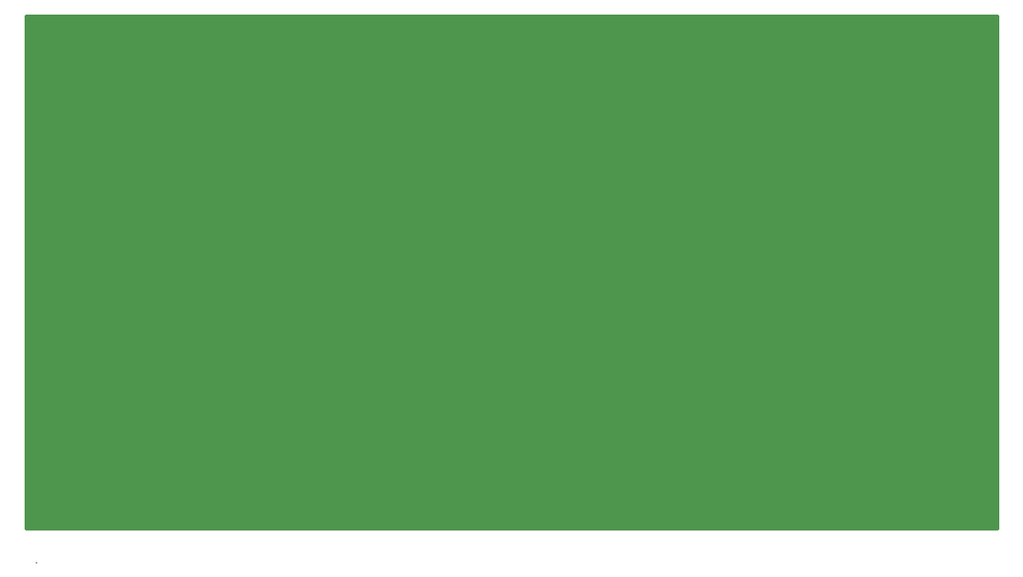
<source format=gbr>
G04 #@! TF.FileFunction,Profile,NP*
%FSLAX46Y46*%
G04 Gerber Fmt 4.6, Leading zero omitted, Abs format (unit mm)*
G04 Created by KiCad (PCBNEW 4.0.7-e1-6374~58~ubuntu14.04.1) date Fri Aug 18 20:59:10 2017*
%MOMM*%
%LPD*%
G01*
G04 APERTURE LIST*
%ADD10C,0.100000*%
%ADD11C,0.254000*%
G04 APERTURE END LIST*
D10*
X148591666Y-173990000D02*
G75*
G03X148591666Y-173990000I-1666J0D01*
G01*
X148587500Y-173990000D02*
X148592500Y-173990000D01*
X148590000Y-173987500D02*
X148590000Y-173992500D01*
D11*
G36*
X237873000Y-170873000D02*
X147627000Y-170873000D01*
X147627000Y-123127000D01*
X237873000Y-123127000D01*
X237873000Y-170873000D01*
X237873000Y-170873000D01*
G37*
X237873000Y-170873000D02*
X147627000Y-170873000D01*
X147627000Y-123127000D01*
X237873000Y-123127000D01*
X237873000Y-170873000D01*
M02*

</source>
